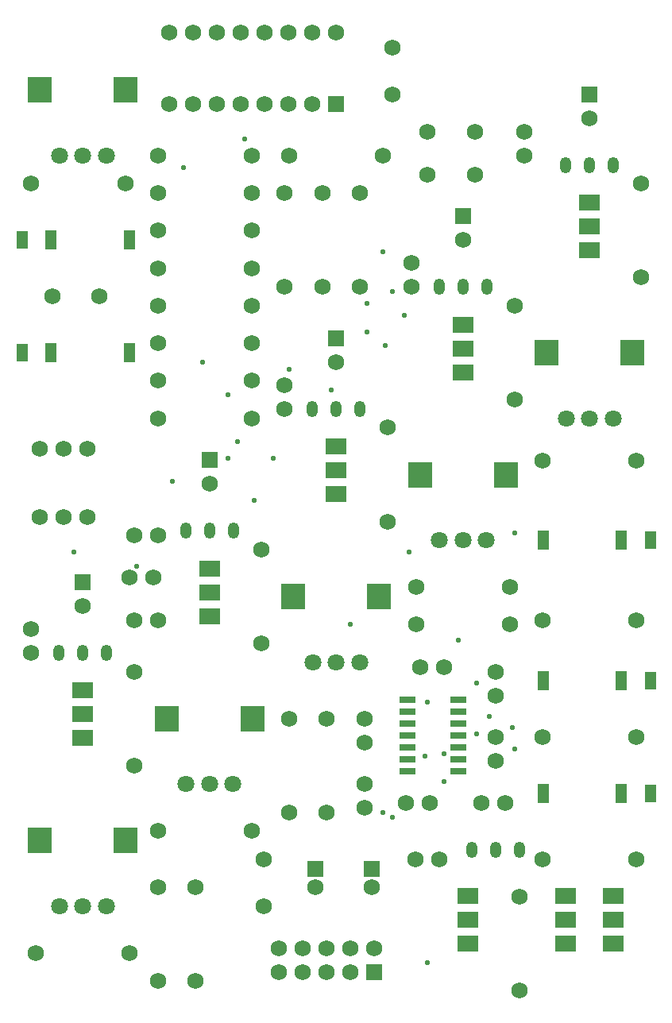
<source format=gbs>
G04*
G04 #@! TF.GenerationSoftware,Altium Limited,Altium Designer,25.8.1 (18)*
G04*
G04 Layer_Color=16711935*
%FSLAX44Y44*%
%MOMM*%
G71*
G04*
G04 #@! TF.SameCoordinates,F1EE7967-946D-41B3-A8E5-45C9097F8446*
G04*
G04*
G04 #@! TF.FilePolarity,Negative*
G04*
G01*
G75*
%ADD12O,1.2032X1.7272*%
%ADD13C,1.7272*%
%ADD14R,1.7272X1.7272*%
%ADD15R,1.3032X1.9032*%
%ADD16R,1.3032X2.1032*%
%ADD17R,2.3032X1.8032*%
%ADD18C,1.8032*%
%ADD19R,2.6032X2.7032*%
%ADD20C,0.5532*%
%ADD32R,1.7532X0.8032*%
D12*
X54600Y380000D02*
D03*
X105400D02*
D03*
X80000D02*
D03*
X189600Y510000D02*
D03*
X240400D02*
D03*
X215000D02*
D03*
X324600Y640000D02*
D03*
X375400D02*
D03*
X350000D02*
D03*
X459600Y770000D02*
D03*
X510400D02*
D03*
X485000D02*
D03*
X594600Y900000D02*
D03*
X645400D02*
D03*
X620000D02*
D03*
X545400Y170000D02*
D03*
X494600D02*
D03*
X520000D02*
D03*
D13*
X620000Y950000D02*
D03*
X485000Y820000D02*
D03*
X350000Y690000D02*
D03*
X215000Y560000D02*
D03*
X80000Y430000D02*
D03*
X410000Y1025000D02*
D03*
Y975000D02*
D03*
X350000Y1041200D02*
D03*
X299200D02*
D03*
X273800D02*
D03*
X324600D02*
D03*
X299200Y965000D02*
D03*
X273800D02*
D03*
X324600D02*
D03*
X248400Y1041200D02*
D03*
X197600D02*
D03*
X172200D02*
D03*
X223000D02*
D03*
X248400Y965000D02*
D03*
X223000D02*
D03*
X172200D02*
D03*
X197600D02*
D03*
X135000Y505000D02*
D03*
X160400D02*
D03*
X59600Y597500D02*
D03*
X85000D02*
D03*
X34200D02*
D03*
X160000Y415000D02*
D03*
X134600D02*
D03*
X155000Y460000D02*
D03*
X129600D02*
D03*
X535000Y450000D02*
D03*
X435000D02*
D03*
X535000Y410000D02*
D03*
X435000D02*
D03*
X545000Y20000D02*
D03*
Y120000D02*
D03*
X675000Y880000D02*
D03*
X447500Y935000D02*
D03*
X497500D02*
D03*
X160000Y910000D02*
D03*
X675000Y780000D02*
D03*
X540000Y650000D02*
D03*
X125000Y880000D02*
D03*
X25000D02*
D03*
X260000Y830000D02*
D03*
X160000D02*
D03*
X570000Y160000D02*
D03*
X260000Y870000D02*
D03*
X160000D02*
D03*
X260000Y910000D02*
D03*
X97500Y760000D02*
D03*
X295000Y870000D02*
D03*
X550000Y935000D02*
D03*
X430000Y795400D02*
D03*
X295000Y665400D02*
D03*
X25000Y405400D02*
D03*
X450000Y220000D02*
D03*
X200000Y130000D02*
D03*
X497500Y890000D02*
D03*
X387500Y130000D02*
D03*
X439600Y365000D02*
D03*
X465000D02*
D03*
X135000Y260000D02*
D03*
Y360000D02*
D03*
X270000Y390000D02*
D03*
Y490000D02*
D03*
X405000Y520000D02*
D03*
Y620000D02*
D03*
X540000Y750000D02*
D03*
X550000Y909600D02*
D03*
X430000Y770000D02*
D03*
X25000Y380000D02*
D03*
X295000Y640000D02*
D03*
X424600Y220000D02*
D03*
X460000Y160000D02*
D03*
X434600D02*
D03*
X340000Y210000D02*
D03*
Y310000D02*
D03*
X380000Y240000D02*
D03*
Y214600D02*
D03*
Y284600D02*
D03*
Y310000D02*
D03*
X520000Y264600D02*
D03*
Y290000D02*
D03*
X504600Y220000D02*
D03*
X530000D02*
D03*
X520000Y334600D02*
D03*
Y360000D02*
D03*
X160000Y30000D02*
D03*
Y130000D02*
D03*
X670000Y160000D02*
D03*
X260000Y750000D02*
D03*
X160000D02*
D03*
X300000Y210000D02*
D03*
Y310000D02*
D03*
Y910000D02*
D03*
X400000D02*
D03*
X260000Y710000D02*
D03*
X160000D02*
D03*
X335000Y770000D02*
D03*
Y870000D02*
D03*
X130000Y60000D02*
D03*
X30000D02*
D03*
X570000Y415000D02*
D03*
X670000D02*
D03*
X260000Y630000D02*
D03*
X160000D02*
D03*
X47500Y760000D02*
D03*
X670000Y585000D02*
D03*
X570000D02*
D03*
X295000Y770000D02*
D03*
X85000Y525000D02*
D03*
X59600D02*
D03*
X34200D02*
D03*
X260000Y670000D02*
D03*
X160000D02*
D03*
X570000Y290000D02*
D03*
X670000D02*
D03*
X260000Y190000D02*
D03*
X160000D02*
D03*
X375000Y870000D02*
D03*
Y770000D02*
D03*
X260000Y790000D02*
D03*
X160000D02*
D03*
X447500Y890000D02*
D03*
X272500Y160000D02*
D03*
Y110000D02*
D03*
X390000Y65400D02*
D03*
X364600Y40000D02*
D03*
Y65400D02*
D03*
X339200Y40000D02*
D03*
Y65400D02*
D03*
X313800Y40000D02*
D03*
Y65400D02*
D03*
X288400Y40000D02*
D03*
Y65400D02*
D03*
X327500Y130000D02*
D03*
X200000Y30000D02*
D03*
D14*
X620000Y975400D02*
D03*
X485000Y845400D02*
D03*
X350000Y715400D02*
D03*
X215000Y585400D02*
D03*
X80000Y455400D02*
D03*
X350000Y965000D02*
D03*
X387500Y150000D02*
D03*
X390000Y40000D02*
D03*
X327500Y150000D02*
D03*
D15*
X684800Y500000D02*
D03*
Y350000D02*
D03*
Y230000D02*
D03*
X15200Y700000D02*
D03*
Y820000D02*
D03*
D16*
X653800Y500000D02*
D03*
X570800D02*
D03*
X653800Y350000D02*
D03*
X570800D02*
D03*
X653800Y230000D02*
D03*
X570800D02*
D03*
X129200Y820000D02*
D03*
X46200Y700000D02*
D03*
Y820000D02*
D03*
X129200Y700000D02*
D03*
D17*
X594600Y120800D02*
D03*
Y70000D02*
D03*
X645400Y120800D02*
D03*
Y95400D02*
D03*
Y70000D02*
D03*
X594600Y95400D02*
D03*
X620000Y809200D02*
D03*
X485000Y679200D02*
D03*
X490000Y70000D02*
D03*
Y95400D02*
D03*
Y120800D02*
D03*
X80000Y289200D02*
D03*
Y314600D02*
D03*
Y340000D02*
D03*
X215000Y419200D02*
D03*
Y444600D02*
D03*
Y470000D02*
D03*
X485000Y704600D02*
D03*
Y730000D02*
D03*
X620000Y834600D02*
D03*
Y860000D02*
D03*
X350000Y549200D02*
D03*
Y574600D02*
D03*
Y600000D02*
D03*
D18*
X645000Y630000D02*
D03*
X510000Y500000D02*
D03*
X595000Y630000D02*
D03*
X460000Y500000D02*
D03*
X325000Y370000D02*
D03*
X190000Y240000D02*
D03*
X55000Y110000D02*
D03*
X620000Y630000D02*
D03*
X485000Y500000D02*
D03*
X105000Y910000D02*
D03*
X80000D02*
D03*
X55000D02*
D03*
X105000Y110000D02*
D03*
X80000D02*
D03*
X240000Y240000D02*
D03*
X215000D02*
D03*
X375000Y370000D02*
D03*
X350000D02*
D03*
D19*
X665750Y700000D02*
D03*
X574250D02*
D03*
X530750Y570000D02*
D03*
X439250D02*
D03*
X125750Y980000D02*
D03*
X34250D02*
D03*
X125750Y180000D02*
D03*
X34250D02*
D03*
X260750Y310000D02*
D03*
X169250D02*
D03*
X395750Y440000D02*
D03*
X304250D02*
D03*
D20*
X137500Y472500D02*
D03*
X465000Y242500D02*
D03*
X537500Y300000D02*
D03*
X513053Y312457D02*
D03*
X500000Y347500D02*
D03*
X540000Y277500D02*
D03*
X499839Y293440D02*
D03*
X447500Y327500D02*
D03*
X365000Y410000D02*
D03*
X300000Y682500D02*
D03*
X282500Y587500D02*
D03*
X382500Y752500D02*
D03*
X540000Y507500D02*
D03*
X422500Y740000D02*
D03*
X207500Y690000D02*
D03*
X262500Y542500D02*
D03*
X235000Y587500D02*
D03*
X402500Y707500D02*
D03*
X345000Y660000D02*
D03*
X235000Y655000D02*
D03*
X245000Y605000D02*
D03*
X187500Y897500D02*
D03*
X252500Y927500D02*
D03*
X175000Y562500D02*
D03*
X465000Y272500D02*
D03*
X445000Y270000D02*
D03*
X382553Y721849D02*
D03*
X479996Y393087D02*
D03*
X427500Y487500D02*
D03*
X410000Y765000D02*
D03*
X400000Y807500D02*
D03*
X447500Y50000D02*
D03*
X70000Y487500D02*
D03*
X410000Y205000D02*
D03*
X400000Y210000D02*
D03*
D32*
X480000Y279200D02*
D03*
Y291900D02*
D03*
X426000Y317300D02*
D03*
Y291900D02*
D03*
Y304600D02*
D03*
Y330000D02*
D03*
X480000Y304600D02*
D03*
Y317300D02*
D03*
Y330000D02*
D03*
X426000Y253800D02*
D03*
Y266500D02*
D03*
Y279200D02*
D03*
X480000Y253800D02*
D03*
Y266500D02*
D03*
M02*

</source>
